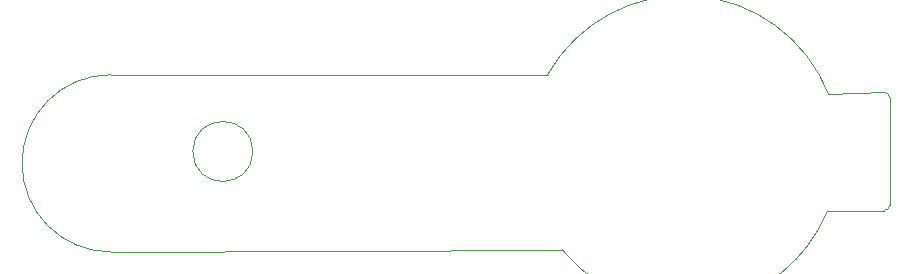
<source format=gm1>
%TF.GenerationSoftware,KiCad,Pcbnew,8.0.7*%
%TF.CreationDate,2025-01-23T10:00:33+05:30*%
%TF.ProjectId,LED_Torch,4c45445f-546f-4726-9368-2e6b69636164,1*%
%TF.SameCoordinates,Original*%
%TF.FileFunction,Profile,NP*%
%FSLAX46Y46*%
G04 Gerber Fmt 4.6, Leading zero omitted, Abs format (unit mm)*
G04 Created by KiCad (PCBNEW 8.0.7) date 2025-01-23 10:00:33*
%MOMM*%
%LPD*%
G01*
G04 APERTURE LIST*
%TA.AperFunction,Profile*%
%ADD10C,0.050000*%
%TD*%
G04 APERTURE END LIST*
D10*
X142000001Y-91500000D02*
G75*
G02*
X165790550Y-93158268I11499999J-6500000D01*
G01*
X163999999Y-106000000D02*
G75*
G02*
X143703965Y-106848032I-10499999J8000000D01*
G01*
X105000000Y-91500000D02*
X135000001Y-91500000D01*
X117040000Y-98000000D02*
G75*
G02*
X111960000Y-98000000I-2540000J0D01*
G01*
X111960000Y-98000000D02*
G75*
G02*
X117040000Y-98000000I2540000J0D01*
G01*
X105000000Y-106500000D02*
G75*
G02*
X105000000Y-91500000I0J7500000D01*
G01*
X171000000Y-102000000D02*
X171000000Y-102500000D01*
X171000000Y-93500000D02*
X171000000Y-102000000D01*
X135000001Y-91500000D02*
X142000001Y-91500000D01*
X170500000Y-93000000D02*
G75*
G02*
X171000000Y-93500000I0J-500000D01*
G01*
X143703966Y-106848032D02*
G75*
G02*
X143240075Y-106305654I9795234J8847332D01*
G01*
X171000000Y-102500000D02*
G75*
G02*
X170500000Y-103000000I-500000J0D01*
G01*
X165684963Y-103077068D02*
G75*
G02*
X163999998Y-105999999I-12184963J5077068D01*
G01*
X105000000Y-106500000D02*
X143240075Y-106305654D01*
X165790550Y-93158268D02*
X170500000Y-93000000D01*
X165684963Y-103077068D02*
X170500000Y-103000000D01*
M02*

</source>
